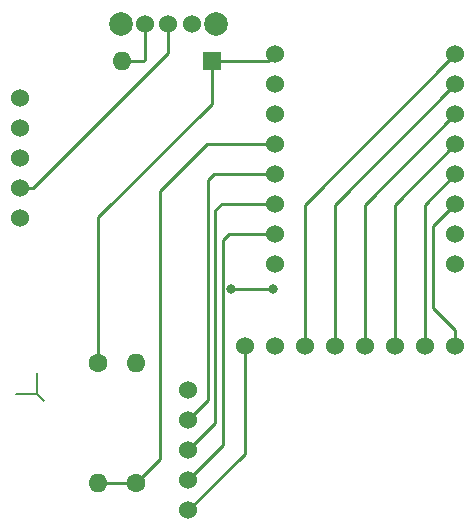
<source format=gbr>
%TF.GenerationSoftware,KiCad,Pcbnew,6.0.2+dfsg-1*%
%TF.CreationDate,2022-09-04T12:32:50+10:00*%
%TF.ProjectId,pcb,7063622e-6b69-4636-9164-5f7063625858,rev?*%
%TF.SameCoordinates,Original*%
%TF.FileFunction,Copper,L1,Top*%
%TF.FilePolarity,Positive*%
%FSLAX46Y46*%
G04 Gerber Fmt 4.6, Leading zero omitted, Abs format (unit mm)*
G04 Created by KiCad (PCBNEW 6.0.2+dfsg-1) date 2022-09-04 12:32:50*
%MOMM*%
%LPD*%
G01*
G04 APERTURE LIST*
%TA.AperFunction,NonConductor*%
%ADD10C,0.200000*%
%TD*%
%TA.AperFunction,ComponentPad*%
%ADD11C,1.524000*%
%TD*%
%TA.AperFunction,ComponentPad*%
%ADD12C,1.600000*%
%TD*%
%TA.AperFunction,ComponentPad*%
%ADD13O,1.600000X1.600000*%
%TD*%
%TA.AperFunction,ComponentPad*%
%ADD14R,1.600000X1.600000*%
%TD*%
%TA.AperFunction,WasherPad*%
%ADD15C,2.000000*%
%TD*%
%TA.AperFunction,ViaPad*%
%ADD16C,0.800000*%
%TD*%
%TA.AperFunction,Conductor*%
%ADD17C,0.250000*%
%TD*%
G04 APERTURE END LIST*
D10*
X101200000Y-103200000D02*
X103000000Y-103200000D01*
X103000000Y-103200000D02*
X103000000Y-101400000D01*
X103600000Y-103800000D02*
X103000000Y-103200000D01*
D11*
%TO.P,U3,1,VBUS*%
%TO.N,Net-(D1-Pad1)*%
X123190000Y-74380000D03*
%TO.P,U3,2,GND*%
%TO.N,/GND*%
X123190000Y-76920000D03*
%TO.P,U3,3,3V3*%
%TO.N,/VCC*%
X123190000Y-79460000D03*
%TO.P,U3,4,GP29*%
%TO.N,Net-(R1-Pad2)*%
X123190000Y-82000000D03*
%TO.P,U3,5,GP28*%
%TO.N,Net-(U3-Pad5)*%
X123190000Y-84540000D03*
%TO.P,U3,6,GP27*%
%TO.N,Net-(U2-Pad3)*%
X123190000Y-87080000D03*
%TO.P,U3,7,GP26*%
%TO.N,Net-(U3-Pad7)*%
X123190000Y-89620000D03*
%TO.P,U3,8,GND*%
%TO.N,/GND*%
X123190000Y-92160000D03*
%TO.P,U3,9,GP7*%
%TO.N,Net-(U1-Pad2)*%
X138430000Y-92160000D03*
%TO.P,U3,10,GP6*%
%TO.N,unconnected-(U3-Pad10)*%
X138430000Y-89620000D03*
%TO.P,U3,11,GP5*%
%TO.N,Net-(U3-Pad11)*%
X138430000Y-87080000D03*
%TO.P,U3,12,GP4*%
%TO.N,Net-(U3-Pad12)*%
X138430000Y-84540000D03*
%TO.P,U3,13,GP3*%
%TO.N,Net-(U3-Pad13)*%
X138430000Y-82000000D03*
%TO.P,U3,14,GP2*%
%TO.N,Net-(U3-Pad14)*%
X138430000Y-79460000D03*
%TO.P,U3,15,GP1*%
%TO.N,Net-(U3-Pad15)*%
X138430000Y-76920000D03*
%TO.P,U3,16,GP0*%
%TO.N,Net-(U3-Pad16)*%
X138430000Y-74380000D03*
%TD*%
%TO.P,U2,1,VCC*%
%TO.N,/VCC*%
X115792000Y-113030000D03*
%TO.P,U2,2,X*%
%TO.N,Net-(U3-Pad7)*%
X115792000Y-110490000D03*
%TO.P,U2,3,Y*%
%TO.N,Net-(U2-Pad3)*%
X115792000Y-107950000D03*
%TO.P,U2,4,Z*%
%TO.N,Net-(U3-Pad5)*%
X115792000Y-105410000D03*
%TO.P,U2,5,GND*%
%TO.N,/GND*%
X115792000Y-102870000D03*
%TD*%
%TO.P,U5,1,VCC*%
%TO.N,/VCC*%
X120590000Y-99155000D03*
%TO.P,U5,2,GND*%
%TO.N,/GND*%
X123130000Y-99155000D03*
%TO.P,U5,3,DC*%
%TO.N,Net-(U3-Pad16)*%
X125670000Y-99155000D03*
%TO.P,U5,4,CS*%
%TO.N,Net-(U3-Pad15)*%
X128210000Y-99155000D03*
%TO.P,U5,5,CLK*%
%TO.N,Net-(U3-Pad14)*%
X130750000Y-99155000D03*
%TO.P,U5,6,DIN*%
%TO.N,Net-(U3-Pad13)*%
X133290000Y-99155000D03*
%TO.P,U5,7,RST*%
%TO.N,Net-(U3-Pad12)*%
X135830000Y-99155000D03*
%TO.P,U5,8,BUSY*%
%TO.N,Net-(U3-Pad11)*%
X138370000Y-99155000D03*
%TD*%
D12*
%TO.P,R1,1*%
%TO.N,Net-(D1-Pad1)*%
X108200000Y-100520000D03*
D13*
%TO.P,R1,2*%
%TO.N,Net-(R1-Pad2)*%
X108200000Y-110680000D03*
%TD*%
D14*
%TO.P,D1,1,K*%
%TO.N,Net-(D1-Pad1)*%
X117810000Y-75000000D03*
D13*
%TO.P,D1,2,A*%
%TO.N,Net-(D1-Pad2)*%
X110190000Y-75000000D03*
%TD*%
D11*
%TO.P,U1,1,GND*%
%TO.N,unconnected-(U1-Pad1)*%
X101600000Y-78105000D03*
%TO.P,U1,2,5V*%
%TO.N,Net-(U1-Pad2)*%
X101600000Y-80645000D03*
%TO.P,U1,3,CH*%
%TO.N,unconnected-(U1-Pad3)*%
X101600000Y-83185000D03*
%TO.P,U1,4,VBAT*%
%TO.N,Net-(SW1-Pad2)*%
X101600000Y-85725000D03*
%TO.P,U1,5,GND*%
%TO.N,/GND*%
X101600000Y-88265000D03*
%TD*%
D12*
%TO.P,R2,1*%
%TO.N,Net-(R1-Pad2)*%
X111400000Y-110680000D03*
D13*
%TO.P,R2,2*%
%TO.N,/GND*%
X111400000Y-100520000D03*
%TD*%
D15*
%TO.P,SW1,*%
%TO.N,*%
X118125000Y-71875000D03*
X110125000Y-71875000D03*
D11*
%TO.P,SW1,1,A*%
%TO.N,unconnected-(SW1-Pad1)*%
X116125000Y-71875000D03*
%TO.P,SW1,2,B*%
%TO.N,Net-(SW1-Pad2)*%
X114125000Y-71875000D03*
%TO.P,SW1,3,C*%
%TO.N,Net-(D1-Pad2)*%
X112125000Y-71875000D03*
%TD*%
D16*
%TO.N,Net-(U1-Pad2)*%
X119469500Y-94250000D03*
X123000000Y-94250000D03*
%TD*%
D17*
%TO.N,Net-(U3-Pad5)*%
X115792000Y-105410000D02*
X117475000Y-103727000D01*
%TO.N,Net-(U2-Pad3)*%
X115792000Y-107950000D02*
X118110000Y-105632000D01*
%TO.N,Net-(U3-Pad7)*%
X115792000Y-110490000D02*
X118745000Y-107537000D01*
%TO.N,/VCC*%
X115792000Y-113030000D02*
X120590000Y-108232000D01*
%TO.N,Net-(R1-Pad2)*%
X113400000Y-85989282D02*
X117389282Y-82000000D01*
X117389282Y-82000000D02*
X123190000Y-82000000D01*
%TO.N,Net-(U3-Pad5)*%
X117475000Y-85090000D02*
X118025000Y-84540000D01*
X118025000Y-84540000D02*
X123190000Y-84540000D01*
%TO.N,Net-(U2-Pad3)*%
X118110000Y-87630000D02*
X118660000Y-87080000D01*
X118660000Y-87080000D02*
X123190000Y-87080000D01*
%TO.N,Net-(U3-Pad7)*%
X118745000Y-90170000D02*
X119295000Y-89620000D01*
X119295000Y-89620000D02*
X123190000Y-89620000D01*
%TO.N,Net-(U3-Pad16)*%
X125670000Y-99155000D02*
X125670000Y-87140000D01*
X125670000Y-87140000D02*
X138430000Y-74380000D01*
%TO.N,Net-(U3-Pad15)*%
X128210000Y-99155000D02*
X128210000Y-87140000D01*
X128210000Y-87140000D02*
X138430000Y-76920000D01*
%TO.N,Net-(U3-Pad14)*%
X130750000Y-99155000D02*
X130750000Y-87140000D01*
X130750000Y-87140000D02*
X138430000Y-79460000D01*
%TO.N,Net-(U3-Pad13)*%
X133290000Y-99155000D02*
X133290000Y-87140000D01*
X133290000Y-87140000D02*
X138430000Y-82000000D01*
%TO.N,Net-(U3-Pad12)*%
X135830000Y-99155000D02*
X135830000Y-87140000D01*
X135830000Y-87140000D02*
X138430000Y-84540000D01*
%TO.N,Net-(U3-Pad11)*%
X136525000Y-95885000D02*
X136525000Y-88985000D01*
X136525000Y-88985000D02*
X138430000Y-87080000D01*
X138370000Y-99155000D02*
X138370000Y-97730000D01*
X138370000Y-97730000D02*
X136525000Y-95885000D01*
%TO.N,Net-(U1-Pad2)*%
X119469500Y-94250000D02*
X123000000Y-94250000D01*
%TO.N,Net-(D1-Pad1)*%
X117810000Y-75000000D02*
X122570000Y-75000000D01*
X122570000Y-75000000D02*
X123190000Y-74380000D01*
%TO.N,/VCC*%
X120590000Y-108232000D02*
X120590000Y-99155000D01*
%TO.N,Net-(U3-Pad7)*%
X118745000Y-107537000D02*
X118745000Y-90170000D01*
%TO.N,Net-(U2-Pad3)*%
X118110000Y-105632000D02*
X118110000Y-87630000D01*
%TO.N,Net-(U3-Pad5)*%
X117475000Y-103727000D02*
X117475000Y-85090000D01*
%TO.N,Net-(D1-Pad1)*%
X117810000Y-78590000D02*
X117810000Y-75000000D01*
X108200000Y-88200000D02*
X117810000Y-78590000D01*
X108200000Y-100520000D02*
X108200000Y-88200000D01*
%TO.N,Net-(R1-Pad2)*%
X113400000Y-108680000D02*
X113400000Y-85989282D01*
X111400000Y-110680000D02*
X113400000Y-108680000D01*
X108200000Y-110680000D02*
X111400000Y-110680000D01*
%TO.N,/VCC*%
X120495000Y-99060000D02*
X120590000Y-99155000D01*
%TO.N,Net-(U3-Pad11)*%
X138370000Y-99155000D02*
X138370000Y-99120000D01*
X138370000Y-99120000D02*
X138430000Y-99060000D01*
%TO.N,Net-(SW1-Pad2)*%
X114125000Y-74277630D02*
X114125000Y-71875000D01*
X101600000Y-85725000D02*
X102677630Y-85725000D01*
X102677630Y-85725000D02*
X114125000Y-74277630D01*
%TO.N,Net-(D1-Pad2)*%
X112125000Y-74875000D02*
X112125000Y-71875000D01*
X112000000Y-75000000D02*
X112125000Y-74875000D01*
X110190000Y-75000000D02*
X112000000Y-75000000D01*
%TD*%
M02*

</source>
